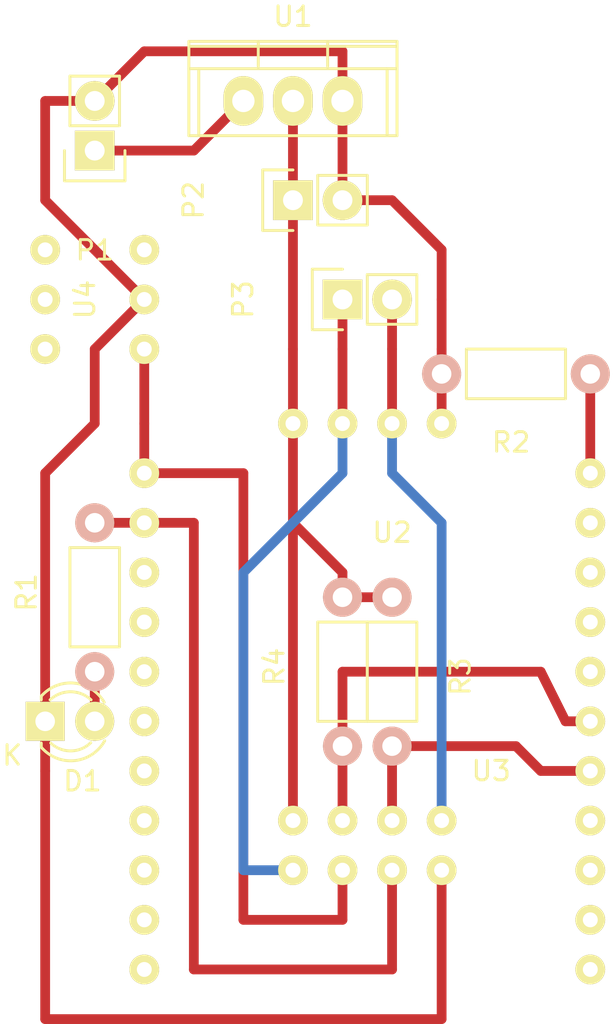
<source format=kicad_pcb>
(kicad_pcb (version 4) (host pcbnew 4.0.2+dfsg1-stable)

  (general
    (links 27)
    (no_connects 0)
    (area 127.45488 80.917 158.955001 129.990002)
    (thickness 1.6)
    (drawings 0)
    (tracks 67)
    (zones 0)
    (modules 12)
    (nets 33)
  )

  (page A4)
  (layers
    (0 F.Cu signal)
    (31 B.Cu signal)
    (32 B.Adhes user)
    (33 F.Adhes user)
    (34 B.Paste user)
    (35 F.Paste user)
    (36 B.SilkS user)
    (37 F.SilkS user)
    (38 B.Mask user)
    (39 F.Mask user)
    (40 Dwgs.User user)
    (41 Cmts.User user)
    (42 Eco1.User user)
    (43 Eco2.User user)
    (44 Edge.Cuts user)
    (45 Margin user)
    (46 B.CrtYd user)
    (47 F.CrtYd user)
    (48 B.Fab user)
    (49 F.Fab user)
  )

  (setup
    (last_trace_width 0.5)
    (user_trace_width 0.5)
    (trace_clearance 0.2)
    (zone_clearance 0.508)
    (zone_45_only no)
    (trace_min 0.2)
    (segment_width 0.2)
    (edge_width 0.15)
    (via_size 0.6)
    (via_drill 0.4)
    (via_min_size 0.4)
    (via_min_drill 0.3)
    (uvia_size 0.3)
    (uvia_drill 0.1)
    (uvias_allowed no)
    (uvia_min_size 0.2)
    (uvia_min_drill 0.1)
    (pcb_text_width 0.3)
    (pcb_text_size 1.5 1.5)
    (mod_edge_width 0.15)
    (mod_text_size 1 1)
    (mod_text_width 0.15)
    (pad_size 1.524 1.524)
    (pad_drill 0.762)
    (pad_to_mask_clearance 0.2)
    (aux_axis_origin 0 0)
    (visible_elements FFFDFF7F)
    (pcbplotparams
      (layerselection 0x00000_00000001)
      (usegerberextensions false)
      (excludeedgelayer true)
      (linewidth 0.100000)
      (plotframeref false)
      (viasonmask false)
      (mode 1)
      (useauxorigin false)
      (hpglpennumber 1)
      (hpglpenspeed 20)
      (hpglpendiameter 15)
      (hpglpenoverlay 2)
      (psnegative false)
      (psa4output false)
      (plotreference true)
      (plotvalue true)
      (plotinvisibletext false)
      (padsonsilk false)
      (subtractmaskfromsilk false)
      (outputformat 1)
      (mirror false)
      (drillshape 0)
      (scaleselection 1)
      (outputdirectory ""))
  )

  (net 0 "")
  (net 1 "Net-(D1-Pad1)")
  (net 2 "Net-(D1-Pad2)")
  (net 3 "Net-(P1-Pad1)")
  (net 4 "Net-(P2-Pad1)")
  (net 5 "Net-(P3-Pad1)")
  (net 6 "Net-(P3-Pad2)")
  (net 7 "Net-(R1-Pad2)")
  (net 8 "Net-(R3-Pad2)")
  (net 9 "Net-(U2-Pad7)")
  (net 10 "Net-(U2-Pad8)")
  (net 11 "Net-(U2-Pad9)")
  (net 12 "Net-(U2-Pad10)")
  (net 13 "Net-(U2-Pad11)")
  (net 14 "Net-(U2-Pad12)")
  (net 15 "Net-(U2-Pad13)")
  (net 16 "Net-(U2-Pad14)")
  (net 17 "Net-(U2-Pad15)")
  (net 18 "Net-(U2-Pad16)")
  (net 19 "Net-(U2-Pad17)")
  (net 20 "Net-(U2-Pad18)")
  (net 21 "Net-(U2-Pad19)")
  (net 22 "Net-(U2-Pad22)")
  (net 23 "Net-(U2-Pad23)")
  (net 24 "Net-(U2-Pad24)")
  (net 25 "Net-(U2-Pad25)")
  (net 26 "Net-(R2-Pad1)")
  (net 27 "Net-(R4-Pad1)")
  (net 28 "Net-(U2-Pad5)")
  (net 29 "Net-(U4-Pad1)")
  (net 30 "Net-(U4-Pad4)")
  (net 31 "Net-(U4-Pad5)")
  (net 32 "Net-(U4-Pad6)")

  (net_class Default "This is the default net class."
    (clearance 0.2)
    (trace_width 0.75)
    (via_dia 0.6)
    (via_drill 0.4)
    (uvia_dia 0.3)
    (uvia_drill 0.1)
    (add_net "Net-(D1-Pad1)")
    (add_net "Net-(D1-Pad2)")
    (add_net "Net-(P1-Pad1)")
    (add_net "Net-(P2-Pad1)")
    (add_net "Net-(P3-Pad1)")
    (add_net "Net-(P3-Pad2)")
    (add_net "Net-(R1-Pad2)")
    (add_net "Net-(R2-Pad1)")
    (add_net "Net-(R3-Pad2)")
    (add_net "Net-(R4-Pad1)")
    (add_net "Net-(U2-Pad10)")
    (add_net "Net-(U2-Pad11)")
    (add_net "Net-(U2-Pad12)")
    (add_net "Net-(U2-Pad13)")
    (add_net "Net-(U2-Pad14)")
    (add_net "Net-(U2-Pad15)")
    (add_net "Net-(U2-Pad16)")
    (add_net "Net-(U2-Pad17)")
    (add_net "Net-(U2-Pad18)")
    (add_net "Net-(U2-Pad19)")
    (add_net "Net-(U2-Pad22)")
    (add_net "Net-(U2-Pad23)")
    (add_net "Net-(U2-Pad24)")
    (add_net "Net-(U2-Pad25)")
    (add_net "Net-(U2-Pad5)")
    (add_net "Net-(U2-Pad7)")
    (add_net "Net-(U2-Pad8)")
    (add_net "Net-(U2-Pad9)")
    (add_net "Net-(U4-Pad1)")
    (add_net "Net-(U4-Pad4)")
    (add_net "Net-(U4-Pad5)")
    (add_net "Net-(U4-Pad6)")
  )

  (module bugs:ESP201 (layer F.Cu) (tedit 571A5AA5) (tstamp 571A8141)
    (at 147.32 104.14)
    (path /571A7E1E)
    (fp_text reference U2 (at 0 0.5) (layer F.SilkS)
      (effects (font (size 1 1) (thickness 0.15)))
    )
    (fp_text value ESP-201 (at 0 -0.5) (layer F.Fab)
      (effects (font (size 1 1) (thickness 0.15)))
    )
    (pad 1 thru_hole circle (at -5.08 -5.08) (size 1.524 1.524) (drill 0.762) (layers *.Cu *.Mask F.SilkS)
      (net 4 "Net-(P2-Pad1)"))
    (pad 2 thru_hole circle (at -2.54 -5.08) (size 1.524 1.524) (drill 0.762) (layers *.Cu *.Mask F.SilkS)
      (net 5 "Net-(P3-Pad1)"))
    (pad 3 thru_hole circle (at 0 -5.08) (size 1.524 1.524) (drill 0.762) (layers *.Cu *.Mask F.SilkS)
      (net 6 "Net-(P3-Pad2)"))
    (pad 4 thru_hole circle (at 2.54 -5.08) (size 1.524 1.524) (drill 0.762) (layers *.Cu *.Mask F.SilkS)
      (net 1 "Net-(D1-Pad1)"))
    (pad 5 thru_hole circle (at -12.7 -2.54) (size 1.524 1.524) (drill 0.762) (layers *.Cu *.Mask F.SilkS)
      (net 28 "Net-(U2-Pad5)"))
    (pad 6 thru_hole circle (at -12.7 0) (size 1.524 1.524) (drill 0.762) (layers *.Cu *.Mask F.SilkS)
      (net 7 "Net-(R1-Pad2)"))
    (pad 7 thru_hole circle (at -12.7 2.54) (size 1.524 1.524) (drill 0.762) (layers *.Cu *.Mask F.SilkS)
      (net 9 "Net-(U2-Pad7)"))
    (pad 8 thru_hole circle (at -12.7 5.08) (size 1.524 1.524) (drill 0.762) (layers *.Cu *.Mask F.SilkS)
      (net 10 "Net-(U2-Pad8)"))
    (pad 9 thru_hole circle (at -12.7 7.62) (size 1.524 1.524) (drill 0.762) (layers *.Cu *.Mask F.SilkS)
      (net 11 "Net-(U2-Pad9)"))
    (pad 10 thru_hole circle (at -12.7 10.16) (size 1.524 1.524) (drill 0.762) (layers *.Cu *.Mask F.SilkS)
      (net 12 "Net-(U2-Pad10)"))
    (pad 11 thru_hole circle (at -12.7 12.7) (size 1.524 1.524) (drill 0.762) (layers *.Cu *.Mask F.SilkS)
      (net 13 "Net-(U2-Pad11)"))
    (pad 12 thru_hole circle (at -12.7 15.24) (size 1.524 1.524) (drill 0.762) (layers *.Cu *.Mask F.SilkS)
      (net 14 "Net-(U2-Pad12)"))
    (pad 13 thru_hole circle (at -12.7 17.78) (size 1.524 1.524) (drill 0.762) (layers *.Cu *.Mask F.SilkS)
      (net 15 "Net-(U2-Pad13)"))
    (pad 14 thru_hole circle (at -12.7 20.32) (size 1.524 1.524) (drill 0.762) (layers *.Cu *.Mask F.SilkS)
      (net 16 "Net-(U2-Pad14)"))
    (pad 15 thru_hole circle (at -12.7 22.86) (size 1.524 1.524) (drill 0.762) (layers *.Cu *.Mask F.SilkS)
      (net 17 "Net-(U2-Pad15)"))
    (pad 16 thru_hole circle (at 10.16 22.86) (size 1.524 1.524) (drill 0.762) (layers *.Cu *.Mask F.SilkS)
      (net 18 "Net-(U2-Pad16)"))
    (pad 17 thru_hole circle (at 10.16 20.32) (size 1.524 1.524) (drill 0.762) (layers *.Cu *.Mask F.SilkS)
      (net 19 "Net-(U2-Pad17)"))
    (pad 18 thru_hole circle (at 10.16 17.78) (size 1.524 1.524) (drill 0.762) (layers *.Cu *.Mask F.SilkS)
      (net 20 "Net-(U2-Pad18)"))
    (pad 19 thru_hole circle (at 10.16 15.24) (size 1.524 1.524) (drill 0.762) (layers *.Cu *.Mask F.SilkS)
      (net 21 "Net-(U2-Pad19)"))
    (pad 20 thru_hole circle (at 10.16 12.7) (size 1.524 1.524) (drill 0.762) (layers *.Cu *.Mask F.SilkS)
      (net 8 "Net-(R3-Pad2)"))
    (pad 21 thru_hole circle (at 10.16 10.16) (size 1.524 1.524) (drill 0.762) (layers *.Cu *.Mask F.SilkS)
      (net 27 "Net-(R4-Pad1)"))
    (pad 22 thru_hole circle (at 10.16 7.62) (size 1.524 1.524) (drill 0.762) (layers *.Cu *.Mask F.SilkS)
      (net 22 "Net-(U2-Pad22)"))
    (pad 23 thru_hole circle (at 10.16 5.08) (size 1.524 1.524) (drill 0.762) (layers *.Cu *.Mask F.SilkS)
      (net 23 "Net-(U2-Pad23)"))
    (pad 24 thru_hole circle (at 10.16 2.54) (size 1.524 1.524) (drill 0.762) (layers *.Cu *.Mask F.SilkS)
      (net 24 "Net-(U2-Pad24)"))
    (pad 25 thru_hole circle (at 10.16 0) (size 1.524 1.524) (drill 0.762) (layers *.Cu *.Mask F.SilkS)
      (net 25 "Net-(U2-Pad25)"))
    (pad 26 thru_hole circle (at 10.16 -2.54) (size 1.524 1.524) (drill 0.762) (layers *.Cu *.Mask F.SilkS)
      (net 26 "Net-(R2-Pad1)"))
  )

  (module bugs:button (layer F.Cu) (tedit 571A89E4) (tstamp 571A8673)
    (at 132.08 92.71 270)
    (path /571AAEA1)
    (fp_text reference U4 (at 0 0.5 270) (layer F.SilkS)
      (effects (font (size 1 1) (thickness 0.15)))
    )
    (fp_text value button (at 0 0 270) (layer F.Fab)
      (effects (font (size 1 1) (thickness 0.15)))
    )
    (pad 1 thru_hole circle (at -2.54 -2.54 270) (size 1.524 1.524) (drill 0.762) (layers *.Cu *.Mask F.SilkS)
      (net 29 "Net-(U4-Pad1)"))
    (pad 2 thru_hole circle (at 0 -2.54 270) (size 1.524 1.524) (drill 0.762) (layers *.Cu *.Mask F.SilkS)
      (net 1 "Net-(D1-Pad1)"))
    (pad 3 thru_hole circle (at 2.54 -2.54 270) (size 1.524 1.524) (drill 0.762) (layers *.Cu *.Mask F.SilkS)
      (net 28 "Net-(U2-Pad5)"))
    (pad 4 thru_hole circle (at -2.54 2.54 270) (size 1.524 1.524) (drill 0.762) (layers *.Cu *.Mask F.SilkS)
      (net 30 "Net-(U4-Pad4)"))
    (pad 5 thru_hole circle (at 0 2.54 270) (size 1.524 1.524) (drill 0.762) (layers *.Cu *.Mask F.SilkS)
      (net 31 "Net-(U4-Pad5)"))
    (pad 6 thru_hole circle (at 2.54 2.54 270) (size 1.524 1.524) (drill 0.762) (layers *.Cu *.Mask F.SilkS)
      (net 32 "Net-(U4-Pad6)"))
  )

  (module Power_Integrations:TO-220 (layer F.Cu) (tedit 571A844F) (tstamp 571A8123)
    (at 142.24 82.55)
    (descr "Non Isolated JEDEC TO-220 Package")
    (tags "Power Integration YN Package")
    (path /571A8159)
    (fp_text reference U1 (at 0 -4.318) (layer F.SilkS)
      (effects (font (size 1 1) (thickness 0.15)))
    )
    (fp_text value SPX2920T-3.3 (at 0 -4.318) (layer F.Fab)
      (effects (font (size 1 1) (thickness 0.15)))
    )
    (fp_line (start 4.826 -1.651) (end 4.826 1.778) (layer F.SilkS) (width 0.15))
    (fp_line (start -4.826 -1.651) (end -4.826 1.778) (layer F.SilkS) (width 0.15))
    (fp_line (start 5.334 -2.794) (end -5.334 -2.794) (layer F.SilkS) (width 0.15))
    (fp_line (start 1.778 -1.778) (end 1.778 -3.048) (layer F.SilkS) (width 0.15))
    (fp_line (start -1.778 -1.778) (end -1.778 -3.048) (layer F.SilkS) (width 0.15))
    (fp_line (start -5.334 -1.651) (end 5.334 -1.651) (layer F.SilkS) (width 0.15))
    (fp_line (start 5.334 1.778) (end -5.334 1.778) (layer F.SilkS) (width 0.15))
    (fp_line (start -5.334 -3.048) (end -5.334 1.778) (layer F.SilkS) (width 0.15))
    (fp_line (start 5.334 -3.048) (end 5.334 1.778) (layer F.SilkS) (width 0.15))
    (fp_line (start 5.334 -3.048) (end -5.334 -3.048) (layer F.SilkS) (width 0.15))
    (pad 2 thru_hole oval (at 2.54 0) (size 2.032 2.54) (drill 1.143) (layers *.Cu *.Mask F.SilkS)
      (net 1 "Net-(D1-Pad1)"))
    (pad 3 thru_hole oval (at 0 0) (size 2.032 2.54) (drill 1.143) (layers *.Cu *.Mask F.SilkS)
      (net 4 "Net-(P2-Pad1)"))
    (pad 1 thru_hole oval (at -2.54 0) (size 2.032 2.54) (drill 1.143) (layers *.Cu *.Mask F.SilkS)
      (net 3 "Net-(P1-Pad1)"))
  )

  (module LEDs:LED-3MM (layer F.Cu) (tedit 571A89DE) (tstamp 571A80F2)
    (at 129.54 114.3)
    (descr "LED 3mm round vertical")
    (tags "LED  3mm round vertical")
    (path /571A86F8)
    (fp_text reference D1 (at 1.91 3.06) (layer F.SilkS)
      (effects (font (size 1 1) (thickness 0.15)))
    )
    (fp_text value LED (at 1.27 2.54) (layer F.Fab)
      (effects (font (size 1 1) (thickness 0.15)))
    )
    (fp_line (start -1.2 2.3) (end 3.8 2.3) (layer F.CrtYd) (width 0.05))
    (fp_line (start 3.8 2.3) (end 3.8 -2.2) (layer F.CrtYd) (width 0.05))
    (fp_line (start 3.8 -2.2) (end -1.2 -2.2) (layer F.CrtYd) (width 0.05))
    (fp_line (start -1.2 -2.2) (end -1.2 2.3) (layer F.CrtYd) (width 0.05))
    (fp_line (start -0.199 1.314) (end -0.199 1.114) (layer F.SilkS) (width 0.15))
    (fp_line (start -0.199 -1.28) (end -0.199 -1.1) (layer F.SilkS) (width 0.15))
    (fp_arc (start 1.301 0.034) (end -0.199 -1.286) (angle 108.5) (layer F.SilkS) (width 0.15))
    (fp_arc (start 1.301 0.034) (end 0.25 -1.1) (angle 85.7) (layer F.SilkS) (width 0.15))
    (fp_arc (start 1.311 0.034) (end 3.051 0.994) (angle 110) (layer F.SilkS) (width 0.15))
    (fp_arc (start 1.301 0.034) (end 2.335 1.094) (angle 87.5) (layer F.SilkS) (width 0.15))
    (fp_text user K (at -1.69 1.74) (layer F.SilkS)
      (effects (font (size 1 1) (thickness 0.15)))
    )
    (pad 1 thru_hole rect (at 0 0 90) (size 2 2) (drill 1.00076) (layers *.Cu *.Mask F.SilkS)
      (net 1 "Net-(D1-Pad1)"))
    (pad 2 thru_hole circle (at 2.54 0) (size 2 2) (drill 1.00076) (layers *.Cu *.Mask F.SilkS)
      (net 2 "Net-(D1-Pad2)"))
    (model LEDs.3dshapes/LED-3MM.wrl
      (at (xyz 0.05 0 0))
      (scale (xyz 1 1 1))
      (rotate (xyz 0 0 90))
    )
  )

  (module Pin_Headers:Pin_Header_Straight_1x02 (layer F.Cu) (tedit 571A89E2) (tstamp 571A80F8)
    (at 132.08 85.09 180)
    (descr "Through hole pin header")
    (tags "pin header")
    (path /571A7FC6)
    (fp_text reference P1 (at 0 -5.1 180) (layer F.SilkS)
      (effects (font (size 1 1) (thickness 0.15)))
    )
    (fp_text value RAW (at 0 5.08 180) (layer F.Fab)
      (effects (font (size 1 1) (thickness 0.15)))
    )
    (fp_line (start 1.27 1.27) (end 1.27 3.81) (layer F.SilkS) (width 0.15))
    (fp_line (start 1.55 -1.55) (end 1.55 0) (layer F.SilkS) (width 0.15))
    (fp_line (start -1.75 -1.75) (end -1.75 4.3) (layer F.CrtYd) (width 0.05))
    (fp_line (start 1.75 -1.75) (end 1.75 4.3) (layer F.CrtYd) (width 0.05))
    (fp_line (start -1.75 -1.75) (end 1.75 -1.75) (layer F.CrtYd) (width 0.05))
    (fp_line (start -1.75 4.3) (end 1.75 4.3) (layer F.CrtYd) (width 0.05))
    (fp_line (start 1.27 1.27) (end -1.27 1.27) (layer F.SilkS) (width 0.15))
    (fp_line (start -1.55 0) (end -1.55 -1.55) (layer F.SilkS) (width 0.15))
    (fp_line (start -1.55 -1.55) (end 1.55 -1.55) (layer F.SilkS) (width 0.15))
    (fp_line (start -1.27 1.27) (end -1.27 3.81) (layer F.SilkS) (width 0.15))
    (fp_line (start -1.27 3.81) (end 1.27 3.81) (layer F.SilkS) (width 0.15))
    (pad 1 thru_hole rect (at 0 0 180) (size 2.032 2.032) (drill 1.016) (layers *.Cu *.Mask F.SilkS)
      (net 3 "Net-(P1-Pad1)"))
    (pad 2 thru_hole oval (at 0 2.54 180) (size 2.032 2.032) (drill 1.016) (layers *.Cu *.Mask F.SilkS)
      (net 1 "Net-(D1-Pad1)"))
    (model Pin_Headers.3dshapes/Pin_Header_Straight_1x02.wrl
      (at (xyz 0 -0.05 0))
      (scale (xyz 1 1 1))
      (rotate (xyz 0 0 90))
    )
  )

  (module Pin_Headers:Pin_Header_Straight_1x02 (layer F.Cu) (tedit 54EA090C) (tstamp 571A80FE)
    (at 142.24 87.63 90)
    (descr "Through hole pin header")
    (tags "pin header")
    (path /571A7F11)
    (fp_text reference P2 (at 0 -5.1 90) (layer F.SilkS)
      (effects (font (size 1 1) (thickness 0.15)))
    )
    (fp_text value 3V3 (at 0 -3.1 90) (layer F.Fab)
      (effects (font (size 1 1) (thickness 0.15)))
    )
    (fp_line (start 1.27 1.27) (end 1.27 3.81) (layer F.SilkS) (width 0.15))
    (fp_line (start 1.55 -1.55) (end 1.55 0) (layer F.SilkS) (width 0.15))
    (fp_line (start -1.75 -1.75) (end -1.75 4.3) (layer F.CrtYd) (width 0.05))
    (fp_line (start 1.75 -1.75) (end 1.75 4.3) (layer F.CrtYd) (width 0.05))
    (fp_line (start -1.75 -1.75) (end 1.75 -1.75) (layer F.CrtYd) (width 0.05))
    (fp_line (start -1.75 4.3) (end 1.75 4.3) (layer F.CrtYd) (width 0.05))
    (fp_line (start 1.27 1.27) (end -1.27 1.27) (layer F.SilkS) (width 0.15))
    (fp_line (start -1.55 0) (end -1.55 -1.55) (layer F.SilkS) (width 0.15))
    (fp_line (start -1.55 -1.55) (end 1.55 -1.55) (layer F.SilkS) (width 0.15))
    (fp_line (start -1.27 1.27) (end -1.27 3.81) (layer F.SilkS) (width 0.15))
    (fp_line (start -1.27 3.81) (end 1.27 3.81) (layer F.SilkS) (width 0.15))
    (pad 1 thru_hole rect (at 0 0 90) (size 2.032 2.032) (drill 1.016) (layers *.Cu *.Mask F.SilkS)
      (net 4 "Net-(P2-Pad1)"))
    (pad 2 thru_hole oval (at 0 2.54 90) (size 2.032 2.032) (drill 1.016) (layers *.Cu *.Mask F.SilkS)
      (net 1 "Net-(D1-Pad1)"))
    (model Pin_Headers.3dshapes/Pin_Header_Straight_1x02.wrl
      (at (xyz 0 -0.05 0))
      (scale (xyz 1 1 1))
      (rotate (xyz 0 0 90))
    )
  )

  (module Pin_Headers:Pin_Header_Straight_1x02 (layer F.Cu) (tedit 571A89E9) (tstamp 571A8104)
    (at 144.78 92.71 90)
    (descr "Through hole pin header")
    (tags "pin header")
    (path /571A7F86)
    (fp_text reference P3 (at 0 -5.1 90) (layer F.SilkS)
      (effects (font (size 1 1) (thickness 0.15)))
    )
    (fp_text value RX/TX (at 2.54 1.27 360) (layer F.Fab)
      (effects (font (size 1 1) (thickness 0.15)))
    )
    (fp_line (start 1.27 1.27) (end 1.27 3.81) (layer F.SilkS) (width 0.15))
    (fp_line (start 1.55 -1.55) (end 1.55 0) (layer F.SilkS) (width 0.15))
    (fp_line (start -1.75 -1.75) (end -1.75 4.3) (layer F.CrtYd) (width 0.05))
    (fp_line (start 1.75 -1.75) (end 1.75 4.3) (layer F.CrtYd) (width 0.05))
    (fp_line (start -1.75 -1.75) (end 1.75 -1.75) (layer F.CrtYd) (width 0.05))
    (fp_line (start -1.75 4.3) (end 1.75 4.3) (layer F.CrtYd) (width 0.05))
    (fp_line (start 1.27 1.27) (end -1.27 1.27) (layer F.SilkS) (width 0.15))
    (fp_line (start -1.55 0) (end -1.55 -1.55) (layer F.SilkS) (width 0.15))
    (fp_line (start -1.55 -1.55) (end 1.55 -1.55) (layer F.SilkS) (width 0.15))
    (fp_line (start -1.27 1.27) (end -1.27 3.81) (layer F.SilkS) (width 0.15))
    (fp_line (start -1.27 3.81) (end 1.27 3.81) (layer F.SilkS) (width 0.15))
    (pad 1 thru_hole rect (at 0 0 90) (size 2.032 2.032) (drill 1.016) (layers *.Cu *.Mask F.SilkS)
      (net 5 "Net-(P3-Pad1)"))
    (pad 2 thru_hole oval (at 0 2.54 90) (size 2.032 2.032) (drill 1.016) (layers *.Cu *.Mask F.SilkS)
      (net 6 "Net-(P3-Pad2)"))
    (model Pin_Headers.3dshapes/Pin_Header_Straight_1x02.wrl
      (at (xyz 0 -0.05 0))
      (scale (xyz 1 1 1))
      (rotate (xyz 0 0 90))
    )
  )

  (module Resistors_ThroughHole:Resistor_Horizontal_RM7mm (layer F.Cu) (tedit 571A89DC) (tstamp 571A810A)
    (at 132.08 111.76 90)
    (descr "Resistor, Axial,  RM 7.62mm, 1/3W,")
    (tags "Resistor Axial RM 7.62mm 1/3W R3")
    (path /571A8628)
    (fp_text reference R1 (at 4.05892 -3.50012 90) (layer F.SilkS)
      (effects (font (size 1 1) (thickness 0.15)))
    )
    (fp_text value 1k (at 3.81 0 90) (layer F.Fab)
      (effects (font (size 1 1) (thickness 0.15)))
    )
    (fp_line (start -1.25 -1.5) (end 8.85 -1.5) (layer F.CrtYd) (width 0.05))
    (fp_line (start -1.25 1.5) (end -1.25 -1.5) (layer F.CrtYd) (width 0.05))
    (fp_line (start 8.85 -1.5) (end 8.85 1.5) (layer F.CrtYd) (width 0.05))
    (fp_line (start -1.25 1.5) (end 8.85 1.5) (layer F.CrtYd) (width 0.05))
    (fp_line (start 1.27 -1.27) (end 6.35 -1.27) (layer F.SilkS) (width 0.15))
    (fp_line (start 6.35 -1.27) (end 6.35 1.27) (layer F.SilkS) (width 0.15))
    (fp_line (start 6.35 1.27) (end 1.27 1.27) (layer F.SilkS) (width 0.15))
    (fp_line (start 1.27 1.27) (end 1.27 -1.27) (layer F.SilkS) (width 0.15))
    (pad 1 thru_hole circle (at 0 0 90) (size 1.99898 1.99898) (drill 1.00076) (layers *.Cu *.SilkS *.Mask)
      (net 2 "Net-(D1-Pad2)"))
    (pad 2 thru_hole circle (at 7.62 0 90) (size 1.99898 1.99898) (drill 1.00076) (layers *.Cu *.SilkS *.Mask)
      (net 7 "Net-(R1-Pad2)"))
  )

  (module Resistors_ThroughHole:Resistor_Horizontal_RM7mm (layer F.Cu) (tedit 571A89CD) (tstamp 571A8110)
    (at 157.48 96.52 180)
    (descr "Resistor, Axial,  RM 7.62mm, 1/3W,")
    (tags "Resistor Axial RM 7.62mm 1/3W R3")
    (path /571A85F0)
    (fp_text reference R2 (at 4.05892 -3.50012 180) (layer F.SilkS)
      (effects (font (size 1 1) (thickness 0.15)))
    )
    (fp_text value 10k (at 3.81 0 180) (layer F.Fab)
      (effects (font (size 1 1) (thickness 0.15)))
    )
    (fp_line (start -1.25 -1.5) (end 8.85 -1.5) (layer F.CrtYd) (width 0.05))
    (fp_line (start -1.25 1.5) (end -1.25 -1.5) (layer F.CrtYd) (width 0.05))
    (fp_line (start 8.85 -1.5) (end 8.85 1.5) (layer F.CrtYd) (width 0.05))
    (fp_line (start -1.25 1.5) (end 8.85 1.5) (layer F.CrtYd) (width 0.05))
    (fp_line (start 1.27 -1.27) (end 6.35 -1.27) (layer F.SilkS) (width 0.15))
    (fp_line (start 6.35 -1.27) (end 6.35 1.27) (layer F.SilkS) (width 0.15))
    (fp_line (start 6.35 1.27) (end 1.27 1.27) (layer F.SilkS) (width 0.15))
    (fp_line (start 1.27 1.27) (end 1.27 -1.27) (layer F.SilkS) (width 0.15))
    (pad 1 thru_hole circle (at 0 0 180) (size 1.99898 1.99898) (drill 1.00076) (layers *.Cu *.SilkS *.Mask)
      (net 26 "Net-(R2-Pad1)"))
    (pad 2 thru_hole circle (at 7.62 0 180) (size 1.99898 1.99898) (drill 1.00076) (layers *.Cu *.SilkS *.Mask)
      (net 1 "Net-(D1-Pad1)"))
  )

  (module Resistors_ThroughHole:Resistor_Horizontal_RM7mm (layer F.Cu) (tedit 571A89D3) (tstamp 571A8116)
    (at 147.32 107.95 270)
    (descr "Resistor, Axial,  RM 7.62mm, 1/3W,")
    (tags "Resistor Axial RM 7.62mm 1/3W R3")
    (path /571A8389)
    (fp_text reference R3 (at 4.05892 -3.50012 270) (layer F.SilkS)
      (effects (font (size 1 1) (thickness 0.15)))
    )
    (fp_text value 10k (at 3.81 2.54 270) (layer F.Fab)
      (effects (font (size 1 1) (thickness 0.15)))
    )
    (fp_line (start -1.25 -1.5) (end 8.85 -1.5) (layer F.CrtYd) (width 0.05))
    (fp_line (start -1.25 1.5) (end -1.25 -1.5) (layer F.CrtYd) (width 0.05))
    (fp_line (start 8.85 -1.5) (end 8.85 1.5) (layer F.CrtYd) (width 0.05))
    (fp_line (start -1.25 1.5) (end 8.85 1.5) (layer F.CrtYd) (width 0.05))
    (fp_line (start 1.27 -1.27) (end 6.35 -1.27) (layer F.SilkS) (width 0.15))
    (fp_line (start 6.35 -1.27) (end 6.35 1.27) (layer F.SilkS) (width 0.15))
    (fp_line (start 6.35 1.27) (end 1.27 1.27) (layer F.SilkS) (width 0.15))
    (fp_line (start 1.27 1.27) (end 1.27 -1.27) (layer F.SilkS) (width 0.15))
    (pad 1 thru_hole circle (at 0 0 270) (size 1.99898 1.99898) (drill 1.00076) (layers *.Cu *.SilkS *.Mask)
      (net 4 "Net-(P2-Pad1)"))
    (pad 2 thru_hole circle (at 7.62 0 270) (size 1.99898 1.99898) (drill 1.00076) (layers *.Cu *.SilkS *.Mask)
      (net 8 "Net-(R3-Pad2)"))
  )

  (module Resistors_ThroughHole:Resistor_Horizontal_RM7mm (layer F.Cu) (tedit 571A89D1) (tstamp 571A811C)
    (at 144.78 115.57 90)
    (descr "Resistor, Axial,  RM 7.62mm, 1/3W,")
    (tags "Resistor Axial RM 7.62mm 1/3W R3")
    (path /571A84A6)
    (fp_text reference R4 (at 4.05892 -3.50012 90) (layer F.SilkS)
      (effects (font (size 1 1) (thickness 0.15)))
    )
    (fp_text value 10k (at 3.81 2.54 90) (layer F.Fab)
      (effects (font (size 1 1) (thickness 0.15)))
    )
    (fp_line (start -1.25 -1.5) (end 8.85 -1.5) (layer F.CrtYd) (width 0.05))
    (fp_line (start -1.25 1.5) (end -1.25 -1.5) (layer F.CrtYd) (width 0.05))
    (fp_line (start 8.85 -1.5) (end 8.85 1.5) (layer F.CrtYd) (width 0.05))
    (fp_line (start -1.25 1.5) (end 8.85 1.5) (layer F.CrtYd) (width 0.05))
    (fp_line (start 1.27 -1.27) (end 6.35 -1.27) (layer F.SilkS) (width 0.15))
    (fp_line (start 6.35 -1.27) (end 6.35 1.27) (layer F.SilkS) (width 0.15))
    (fp_line (start 6.35 1.27) (end 1.27 1.27) (layer F.SilkS) (width 0.15))
    (fp_line (start 1.27 1.27) (end 1.27 -1.27) (layer F.SilkS) (width 0.15))
    (pad 1 thru_hole circle (at 0 0 90) (size 1.99898 1.99898) (drill 1.00076) (layers *.Cu *.SilkS *.Mask)
      (net 27 "Net-(R4-Pad1)"))
    (pad 2 thru_hole circle (at 7.62 0 90) (size 1.99898 1.99898) (drill 1.00076) (layers *.Cu *.SilkS *.Mask)
      (net 4 "Net-(P2-Pad1)"))
  )

  (module bugs:esp8266 (layer F.Cu) (tedit 571A89F5) (tstamp 571A814D)
    (at 147.32 121.92)
    (path /571A7E76)
    (fp_text reference U3 (at 5.08 -5.08) (layer F.SilkS)
      (effects (font (size 1 1) (thickness 0.15)))
    )
    (fp_text value ESP8266 (at -1.27 2.54) (layer F.Fab)
      (effects (font (size 1 1) (thickness 0.15)))
    )
    (pad 1 thru_hole circle (at -5.08 -2.54) (size 1.524 1.524) (drill 0.762) (layers *.Cu *.Mask F.SilkS)
      (net 4 "Net-(P2-Pad1)"))
    (pad 2 thru_hole circle (at -2.54 -2.54) (size 1.524 1.524) (drill 0.762) (layers *.Cu *.Mask F.SilkS)
      (net 27 "Net-(R4-Pad1)"))
    (pad 3 thru_hole circle (at 0 -2.54) (size 1.524 1.524) (drill 0.762) (layers *.Cu *.Mask F.SilkS)
      (net 8 "Net-(R3-Pad2)"))
    (pad 4 thru_hole circle (at 2.54 -2.54) (size 1.524 1.524) (drill 0.762) (layers *.Cu *.Mask F.SilkS)
      (net 6 "Net-(P3-Pad2)"))
    (pad 5 thru_hole circle (at 2.54 0) (size 1.524 1.524) (drill 0.762) (layers *.Cu *.Mask F.SilkS)
      (net 1 "Net-(D1-Pad1)"))
    (pad 6 thru_hole circle (at 0 0) (size 1.524 1.524) (drill 0.762) (layers *.Cu *.Mask F.SilkS)
      (net 7 "Net-(R1-Pad2)"))
    (pad 7 thru_hole circle (at -2.54 0) (size 1.524 1.524) (drill 0.762) (layers *.Cu *.Mask F.SilkS)
      (net 28 "Net-(U2-Pad5)"))
    (pad 8 thru_hole circle (at -5.08 0) (size 1.524 1.524) (drill 0.762) (layers *.Cu *.Mask F.SilkS)
      (net 5 "Net-(P3-Pad1)"))
  )

  (segment (start 132.08 95.25) (end 132.08 99.06) (width 0.5) (layer F.Cu) (net 1))
  (segment (start 129.54 101.6) (end 132.08 99.06) (width 0.5) (layer F.Cu) (net 1) (tstamp 571A88EC))
  (segment (start 134.62 92.71) (end 132.08 95.25) (width 0.5) (layer F.Cu) (net 1) (tstamp 571A88ED))
  (segment (start 129.54 101.6) (end 129.54 114.3) (width 0.5) (layer F.Cu) (net 1))
  (segment (start 149.86 96.52) (end 149.86 99.06) (width 0.5) (layer F.Cu) (net 1) (status 20))
  (segment (start 149.86 96.52) (end 149.86 95.25) (width 0.5) (layer F.Cu) (net 1))
  (segment (start 149.86 90.17) (end 147.32 87.63) (width 0.5) (layer F.Cu) (net 1) (tstamp 571A8930))
  (segment (start 147.32 87.63) (end 144.78 87.63) (width 0.5) (layer F.Cu) (net 1) (tstamp 571A8931))
  (segment (start 149.86 92.71) (end 149.86 90.17) (width 0.5) (layer F.Cu) (net 1))
  (segment (start 149.86 95.25) (end 149.86 92.71) (width 0.5) (layer F.Cu) (net 1))
  (segment (start 144.78 82.55) (end 144.78 80.01) (width 0.5) (layer F.Cu) (net 1))
  (segment (start 134.62 80.01) (end 132.08 82.55) (width 0.5) (layer F.Cu) (net 1) (tstamp 571A897D))
  (segment (start 144.78 80.01) (end 134.62 80.01) (width 0.5) (layer F.Cu) (net 1) (tstamp 571A897C))
  (segment (start 149.86 121.92) (end 149.86 129.54) (width 0.5) (layer F.Cu) (net 1))
  (segment (start 149.86 129.54) (end 129.54 129.54) (width 0.5) (layer F.Cu) (net 1) (tstamp 571A8972))
  (segment (start 129.54 129.54) (end 129.54 116.84) (width 0.5) (layer F.Cu) (net 1) (tstamp 571A8974))
  (segment (start 129.54 116.84) (end 129.54 114.3) (width 0.5) (layer F.Cu) (net 1) (tstamp 571A8975))
  (segment (start 144.78 82.55) (end 144.78 87.63) (width 0.5) (layer F.Cu) (net 1))
  (segment (start 132.08 82.55) (end 129.54 82.55) (width 0.5) (layer F.Cu) (net 1))
  (segment (start 129.54 82.55) (end 129.54 87.63) (width 0.5) (layer F.Cu) (net 1) (tstamp 571A891D))
  (segment (start 129.54 87.63) (end 132.08 90.17) (width 0.5) (layer F.Cu) (net 1) (tstamp 571A891E))
  (segment (start 132.08 90.17) (end 134.62 92.71) (width 0.5) (layer F.Cu) (net 1) (tstamp 571A891F))
  (segment (start 132.08 111.76) (end 132.08 114.3) (width 0.5) (layer F.Cu) (net 2))
  (segment (start 132.08 85.09) (end 137.16 85.09) (width 0.5) (layer F.Cu) (net 3))
  (segment (start 137.16 85.09) (end 139.7 82.55) (width 0.5) (layer F.Cu) (net 3) (tstamp 571A891A))
  (segment (start 142.24 99.06) (end 142.24 95.25) (width 0.5) (layer F.Cu) (net 4) (status 10))
  (segment (start 142.24 95.25) (end 142.24 87.63) (width 0.5) (layer F.Cu) (net 4))
  (segment (start 144.78 107.95) (end 147.32 107.95) (width 0.5) (layer F.Cu) (net 4) (status 20))
  (segment (start 144.78 107.95) (end 144.78 106.68) (width 0.5) (layer F.Cu) (net 4) (status 10))
  (segment (start 144.78 106.68) (end 142.24 104.14) (width 0.5) (layer F.Cu) (net 4) (tstamp 571A8937))
  (segment (start 142.24 87.63) (end 142.24 82.55) (width 0.5) (layer F.Cu) (net 4))
  (segment (start 142.24 99.06) (end 142.24 104.14) (width 0.5) (layer F.Cu) (net 4) (status 10))
  (segment (start 142.24 104.14) (end 142.24 119.38) (width 0.5) (layer F.Cu) (net 4) (tstamp 571A893C))
  (segment (start 144.78 99.06) (end 144.78 95.25) (width 0.5) (layer F.Cu) (net 5) (status 10))
  (segment (start 144.78 95.25) (end 144.78 92.71) (width 0.5) (layer F.Cu) (net 5))
  (segment (start 142.24 121.92) (end 139.7 121.92) (width 0.5) (layer B.Cu) (net 5))
  (segment (start 144.78 101.6) (end 144.78 99.06) (width 0.5) (layer B.Cu) (net 5) (tstamp 571A8993) (status 20))
  (segment (start 142.24 104.14) (end 144.78 101.6) (width 0.5) (layer B.Cu) (net 5) (tstamp 571A8991))
  (segment (start 139.7 106.68) (end 142.24 104.14) (width 0.5) (layer B.Cu) (net 5) (tstamp 571A8990))
  (segment (start 139.7 121.92) (end 139.7 106.68) (width 0.5) (layer B.Cu) (net 5) (tstamp 571A898F))
  (segment (start 147.32 99.06) (end 147.32 95.25) (width 0.5) (layer F.Cu) (net 6) (status 10))
  (segment (start 147.32 95.25) (end 147.32 92.71) (width 0.5) (layer F.Cu) (net 6))
  (segment (start 149.86 119.38) (end 149.86 104.14) (width 0.5) (layer B.Cu) (net 6))
  (segment (start 147.32 101.6) (end 147.32 99.06) (width 0.5) (layer B.Cu) (net 6) (tstamp 571A898B) (status 20))
  (segment (start 149.86 104.14) (end 147.32 101.6) (width 0.5) (layer B.Cu) (net 6) (tstamp 571A898A))
  (segment (start 147.32 121.92) (end 147.32 127) (width 0.5) (layer F.Cu) (net 7))
  (segment (start 137.16 104.14) (end 134.62 104.14) (width 0.5) (layer F.Cu) (net 7) (tstamp 571A8959) (status 20))
  (segment (start 137.16 127) (end 137.16 104.14) (width 0.5) (layer F.Cu) (net 7) (tstamp 571A8958))
  (segment (start 147.32 127) (end 137.16 127) (width 0.5) (layer F.Cu) (net 7) (tstamp 571A8957))
  (segment (start 132.08 104.14) (end 134.62 104.14) (width 0.5) (layer F.Cu) (net 7) (status 20))
  (segment (start 147.32 115.57) (end 153.67 115.57) (width 0.5) (layer F.Cu) (net 8))
  (segment (start 154.94 116.84) (end 157.48 116.84) (width 0.5) (layer F.Cu) (net 8) (tstamp 571E091D))
  (segment (start 153.67 115.57) (end 154.94 116.84) (width 0.5) (layer F.Cu) (net 8) (tstamp 571E091C))
  (segment (start 147.32 115.57) (end 147.32 119.38) (width 0.5) (layer F.Cu) (net 8) (status 10))
  (segment (start 157.48 96.52) (end 157.48 101.6) (width 0.5) (layer F.Cu) (net 26) (status 20))
  (segment (start 144.78 115.57) (end 144.78 114.3) (width 0.5) (layer F.Cu) (net 27) (status 10))
  (segment (start 156.21 114.3) (end 157.48 114.3) (width 0.5) (layer F.Cu) (net 27) (tstamp 571A8A5C) (status 20))
  (segment (start 154.94 111.76) (end 156.21 114.3) (width 0.5) (layer F.Cu) (net 27) (tstamp 571A8A5B))
  (segment (start 144.78 111.76) (end 154.94 111.76) (width 0.5) (layer F.Cu) (net 27) (tstamp 571A8A58))
  (segment (start 144.78 114.3) (end 144.78 111.76) (width 0.5) (layer F.Cu) (net 27) (tstamp 571A8A57))
  (segment (start 144.78 115.57) (end 144.78 119.38) (width 0.5) (layer F.Cu) (net 27) (status 10))
  (segment (start 134.62 95.25) (end 134.62 99.06) (width 0.5) (layer F.Cu) (net 28))
  (segment (start 134.62 99.06) (end 134.62 101.6) (width 0.5) (layer F.Cu) (net 28) (status 20))
  (segment (start 134.62 101.6) (end 139.7 101.6) (width 0.5) (layer F.Cu) (net 28) (status 10))
  (segment (start 144.78 124.46) (end 144.78 121.92) (width 0.5) (layer F.Cu) (net 28) (tstamp 571A8954))
  (segment (start 139.7 124.46) (end 144.78 124.46) (width 0.5) (layer F.Cu) (net 28) (tstamp 571A8953))
  (segment (start 139.7 101.6) (end 139.7 124.46) (width 0.5) (layer F.Cu) (net 28) (tstamp 571A8952))

)

</source>
